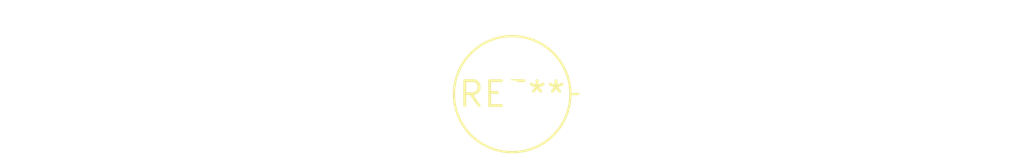
<source format=kicad_pcb>
(kicad_pcb (version 20240108) (generator pcbnew)
  (layers (0 "F.Cu" signal) (31 "B.Cu" signal) (34 "B.Paste" user) (35 "F.Paste" user) (36 "B.SilkS" user "B.Silkscreen") (37 "F.SilkS" user "F.Silkscreen") (38 "B.Mask" user) (39 "F.Mask" user) (44 "Edge.Cuts" user))
  (net 0 "")
  (footprint "R_Axial_DIN0614_L14.3mm_D5.7mm_P5.08mm_Vertical" (layer "F.Cu") (at 0 0)
    (property "Reference" "REF**")
    (property "Value" "R_Axial_DIN0614_L14.3mm_D5.7mm_P5.08mm_Vertical")
    (fp_line (start 2.97 0) (end 3.38 0) (layer "F.SilkS") (stroke (width 0.12)))
    (fp_circle (center 0 0) (end 2.97 0) (layer "F.SilkS") (stroke (width 0.12)) (fill none))
    (pad "1" thru_hole circle (at 0 0) (size 2.8 2.8) (drill 1.4) (layers *.Cu *.Mask) (remove_unused_layers))
    (pad "2" thru_hole oval (at 5.08 0) (size 2.8 2.8) (drill 1.4) (layers *.Cu *.Mask) (remove_unused_layers))
  )
)
</source>
